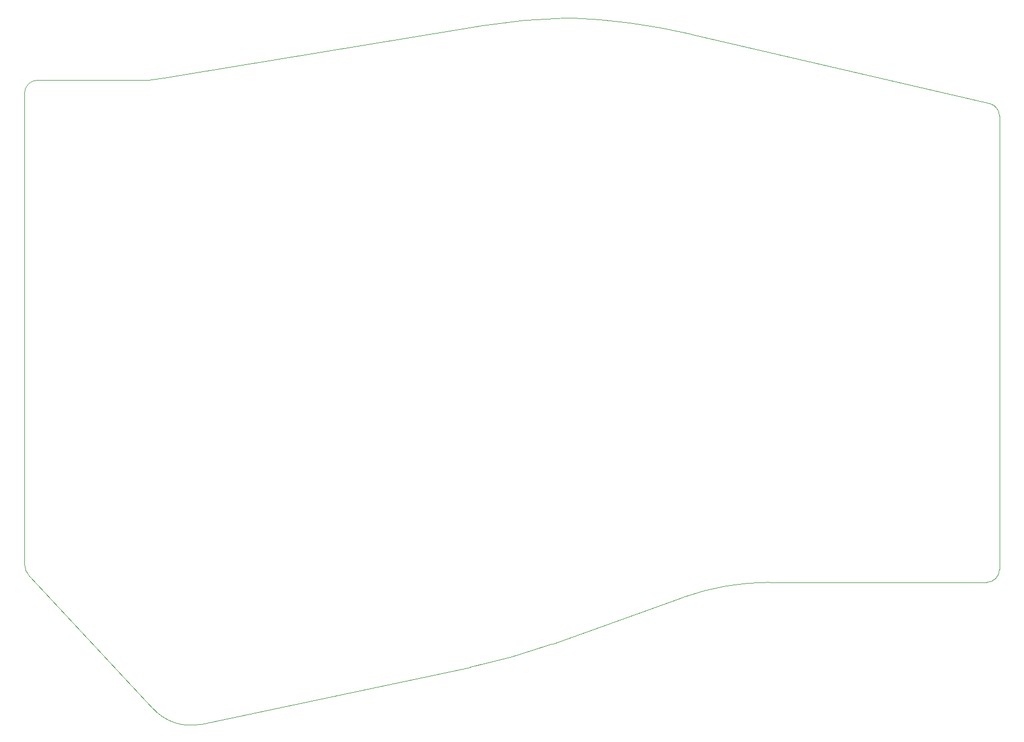
<source format=gbr>
G04 #@! TF.GenerationSoftware,KiCad,Pcbnew,(5.1.4)-1*
G04 #@! TF.CreationDate,2020-11-30T21:40:23+01:00*
G04 #@! TF.ProjectId,stm32split,73746d33-3273-4706-9c69-742e6b696361,rev?*
G04 #@! TF.SameCoordinates,Original*
G04 #@! TF.FileFunction,Profile,NP*
%FSLAX46Y46*%
G04 Gerber Fmt 4.6, Leading zero omitted, Abs format (unit mm)*
G04 Created by KiCad (PCBNEW (5.1.4)-1) date 2020-11-30 21:40:23*
%MOMM*%
%LPD*%
G04 APERTURE LIST*
%ADD10C,0.050000*%
G04 APERTURE END LIST*
D10*
X92072878Y-53427702D02*
X92072878Y-127082249D01*
X110823511Y-51427702D02*
X94072878Y-51427702D01*
X92072878Y-53427702D02*
G75*
G02X94072878Y-51427702I2000000J0D01*
G01*
X111425222Y-51384377D02*
G75*
G02X110823511Y-51427702I-601711J4156675D01*
G01*
X111425222Y-51384376D02*
X113768409Y-51045181D01*
X174605770Y-139672050D02*
G75*
G02X161719369Y-143322407I-33636822J94173056D01*
G01*
X244497265Y-128020256D02*
G75*
G02X242497265Y-130020256I-2000000J0D01*
G01*
X242919931Y-55054771D02*
G75*
G02X244497265Y-57009599I-422666J-1954828D01*
G01*
X244497265Y-128020256D02*
X244497265Y-57009599D01*
X208557152Y-130020256D02*
X242497265Y-130020256D01*
X174605770Y-139672049D02*
X195102424Y-132351034D01*
X195102423Y-132351034D02*
G75*
G02X208557152Y-130020256I13454729J-37669222D01*
G01*
X112214778Y-149843027D02*
X92879826Y-129129326D01*
X92879827Y-129129326D02*
G75*
G02X92072878Y-127082249I2193051J2047077D01*
G01*
X119739046Y-152227323D02*
G75*
G02X112214778Y-149843027I-1660034J7825872D01*
G01*
X119739046Y-152227324D02*
X161719369Y-143322407D01*
X196153245Y-44180555D02*
X242919931Y-55054771D01*
X177270015Y-41653149D02*
G75*
G02X196153245Y-44180555I-3764159J-99929130D01*
G01*
X163144340Y-42949643D02*
G75*
G02X177270014Y-41653148I16179689J-98682408D01*
G01*
X113768409Y-51045181D02*
X163144340Y-42949643D01*
M02*

</source>
